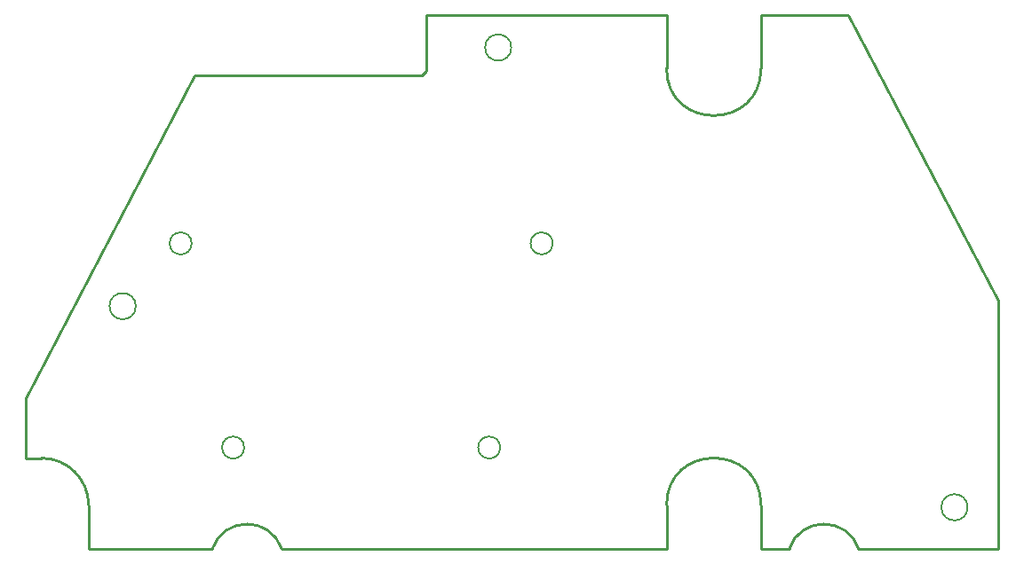
<source format=gko>
G04*
G04 #@! TF.GenerationSoftware,Altium Limited,Altium Designer,21.2.1 (34)*
G04*
G04 Layer_Color=16711935*
%FSLAX44Y44*%
%MOMM*%
G71*
G04*
G04 #@! TF.SameCoordinates,88615370-4C05-4218-9965-B51CFC903A55*
G04*
G04*
G04 #@! TF.FilePolarity,Positive*
G04*
G01*
G75*
%ADD10C,0.2000*%
%ADD11C,0.2500*%
D10*
X209060Y98330D02*
G03*
X209060Y98330I-10500J0D01*
G01*
X159060Y293200D02*
G03*
X159060Y293200I-10500J0D01*
G01*
X503200D02*
G03*
X503200Y293200I-10500J0D01*
G01*
X453200Y98330D02*
G03*
X453200Y98330I-10500J0D01*
G01*
X898750Y41250D02*
G03*
X898750Y41250I-12500J0D01*
G01*
X463750Y480250D02*
G03*
X463750Y480250I-12500J0D01*
G01*
X105750Y233250D02*
G03*
X105750Y233250I-12500J0D01*
G01*
D11*
X701820Y43260D02*
G03*
X611820Y43341I-45000J0D01*
G01*
X795046Y1260D02*
G03*
X728593Y1260I-33226J-11000D01*
G01*
X611820Y460260D02*
G03*
X701820Y460260I45000J0D01*
G01*
X245046Y1260D02*
G03*
X178593Y1260I-33226J-11000D01*
G01*
X60820Y43260D02*
G03*
X15820Y88260I-45000J0D01*
G01*
X382500Y511260D02*
X436010D01*
X378750Y454000D02*
X382500Y457750D01*
Y511260D01*
X436010D02*
X611820D01*
X161651Y454000D02*
X378750D01*
X611820Y1341D02*
Y43341D01*
X701820Y1169D02*
Y43260D01*
X245046Y1260D02*
X611820D01*
X701820Y1169D02*
X728593D01*
X701820Y511260D02*
X784999D01*
X611820Y460260D02*
Y511260D01*
X701820Y460260D02*
Y511260D01*
X784999Y511260D02*
X927820Y238260D01*
X795046Y1260D02*
X927820D01*
Y238260D01*
X60820Y1260D02*
X178593D01*
X820Y145597D02*
X161651Y454000D01*
X60820Y1260D02*
Y43260D01*
X820Y88260D02*
X15820D01*
X820D02*
Y145597D01*
M02*

</source>
